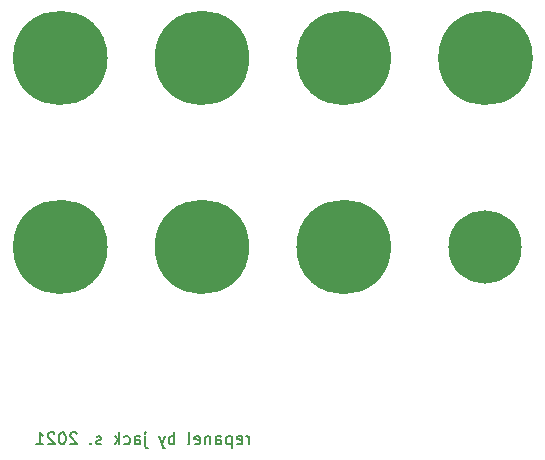
<source format=gbr>
G04 #@! TF.GenerationSoftware,KiCad,Pcbnew,(5.1.9-0-10_14)*
G04 #@! TF.CreationDate,2021-02-15T21:42:09-08:00*
G04 #@! TF.ProjectId,shatnoir,73686174-6e6f-4697-922e-6b696361645f,rev?*
G04 #@! TF.SameCoordinates,Original*
G04 #@! TF.FileFunction,Soldermask,Bot*
G04 #@! TF.FilePolarity,Negative*
%FSLAX46Y46*%
G04 Gerber Fmt 4.6, Leading zero omitted, Abs format (unit mm)*
G04 Created by KiCad (PCBNEW (5.1.9-0-10_14)) date 2021-02-15 21:42:09*
%MOMM*%
%LPD*%
G01*
G04 APERTURE LIST*
%ADD10C,1.000000*%
%ADD11C,0.150000*%
%ADD12C,6.202000*%
G04 APERTURE END LIST*
D10*
X34250000Y-88750000D02*
G75*
G03*
X34250000Y-88750000I-3500000J0D01*
G01*
X10250000Y-88750000D02*
G75*
G03*
X10250000Y-88750000I-3500000J0D01*
G01*
X46250000Y-88750000D02*
G75*
G03*
X46250000Y-88750000I-3500000J0D01*
G01*
D11*
X22726190Y-121452380D02*
X22726190Y-120785714D01*
X22726190Y-120976190D02*
X22678571Y-120880952D01*
X22630952Y-120833333D01*
X22535714Y-120785714D01*
X22440476Y-120785714D01*
X21726190Y-121404761D02*
X21821428Y-121452380D01*
X22011904Y-121452380D01*
X22107142Y-121404761D01*
X22154761Y-121309523D01*
X22154761Y-120928571D01*
X22107142Y-120833333D01*
X22011904Y-120785714D01*
X21821428Y-120785714D01*
X21726190Y-120833333D01*
X21678571Y-120928571D01*
X21678571Y-121023809D01*
X22154761Y-121119047D01*
X21250000Y-120785714D02*
X21250000Y-121785714D01*
X21250000Y-120833333D02*
X21154761Y-120785714D01*
X20964285Y-120785714D01*
X20869047Y-120833333D01*
X20821428Y-120880952D01*
X20773809Y-120976190D01*
X20773809Y-121261904D01*
X20821428Y-121357142D01*
X20869047Y-121404761D01*
X20964285Y-121452380D01*
X21154761Y-121452380D01*
X21250000Y-121404761D01*
X19916666Y-121452380D02*
X19916666Y-120928571D01*
X19964285Y-120833333D01*
X20059523Y-120785714D01*
X20250000Y-120785714D01*
X20345238Y-120833333D01*
X19916666Y-121404761D02*
X20011904Y-121452380D01*
X20250000Y-121452380D01*
X20345238Y-121404761D01*
X20392857Y-121309523D01*
X20392857Y-121214285D01*
X20345238Y-121119047D01*
X20250000Y-121071428D01*
X20011904Y-121071428D01*
X19916666Y-121023809D01*
X19440476Y-120785714D02*
X19440476Y-121452380D01*
X19440476Y-120880952D02*
X19392857Y-120833333D01*
X19297619Y-120785714D01*
X19154761Y-120785714D01*
X19059523Y-120833333D01*
X19011904Y-120928571D01*
X19011904Y-121452380D01*
X18154761Y-121404761D02*
X18250000Y-121452380D01*
X18440476Y-121452380D01*
X18535714Y-121404761D01*
X18583333Y-121309523D01*
X18583333Y-120928571D01*
X18535714Y-120833333D01*
X18440476Y-120785714D01*
X18250000Y-120785714D01*
X18154761Y-120833333D01*
X18107142Y-120928571D01*
X18107142Y-121023809D01*
X18583333Y-121119047D01*
X17535714Y-121452380D02*
X17630952Y-121404761D01*
X17678571Y-121309523D01*
X17678571Y-120452380D01*
X16392857Y-121452380D02*
X16392857Y-120452380D01*
X16392857Y-120833333D02*
X16297619Y-120785714D01*
X16107142Y-120785714D01*
X16011904Y-120833333D01*
X15964285Y-120880952D01*
X15916666Y-120976190D01*
X15916666Y-121261904D01*
X15964285Y-121357142D01*
X16011904Y-121404761D01*
X16107142Y-121452380D01*
X16297619Y-121452380D01*
X16392857Y-121404761D01*
X15583333Y-120785714D02*
X15345238Y-121452380D01*
X15107142Y-120785714D02*
X15345238Y-121452380D01*
X15440476Y-121690476D01*
X15488095Y-121738095D01*
X15583333Y-121785714D01*
X13964285Y-120785714D02*
X13964285Y-121642857D01*
X14011904Y-121738095D01*
X14107142Y-121785714D01*
X14154761Y-121785714D01*
X13964285Y-120452380D02*
X14011904Y-120500000D01*
X13964285Y-120547619D01*
X13916666Y-120500000D01*
X13964285Y-120452380D01*
X13964285Y-120547619D01*
X13059523Y-121452380D02*
X13059523Y-120928571D01*
X13107142Y-120833333D01*
X13202380Y-120785714D01*
X13392857Y-120785714D01*
X13488095Y-120833333D01*
X13059523Y-121404761D02*
X13154761Y-121452380D01*
X13392857Y-121452380D01*
X13488095Y-121404761D01*
X13535714Y-121309523D01*
X13535714Y-121214285D01*
X13488095Y-121119047D01*
X13392857Y-121071428D01*
X13154761Y-121071428D01*
X13059523Y-121023809D01*
X12154761Y-121404761D02*
X12250000Y-121452380D01*
X12440476Y-121452380D01*
X12535714Y-121404761D01*
X12583333Y-121357142D01*
X12630952Y-121261904D01*
X12630952Y-120976190D01*
X12583333Y-120880952D01*
X12535714Y-120833333D01*
X12440476Y-120785714D01*
X12250000Y-120785714D01*
X12154761Y-120833333D01*
X11726190Y-121452380D02*
X11726190Y-120452380D01*
X11630952Y-121071428D02*
X11345238Y-121452380D01*
X11345238Y-120785714D02*
X11726190Y-121166666D01*
X10202380Y-121404761D02*
X10107142Y-121452380D01*
X9916666Y-121452380D01*
X9821428Y-121404761D01*
X9773809Y-121309523D01*
X9773809Y-121261904D01*
X9821428Y-121166666D01*
X9916666Y-121119047D01*
X10059523Y-121119047D01*
X10154761Y-121071428D01*
X10202380Y-120976190D01*
X10202380Y-120928571D01*
X10154761Y-120833333D01*
X10059523Y-120785714D01*
X9916666Y-120785714D01*
X9821428Y-120833333D01*
X9345238Y-121357142D02*
X9297619Y-121404761D01*
X9345238Y-121452380D01*
X9392857Y-121404761D01*
X9345238Y-121357142D01*
X9345238Y-121452380D01*
X8154761Y-120547619D02*
X8107142Y-120500000D01*
X8011904Y-120452380D01*
X7773809Y-120452380D01*
X7678571Y-120500000D01*
X7630952Y-120547619D01*
X7583333Y-120642857D01*
X7583333Y-120738095D01*
X7630952Y-120880952D01*
X8202380Y-121452380D01*
X7583333Y-121452380D01*
X6964285Y-120452380D02*
X6869047Y-120452380D01*
X6773809Y-120500000D01*
X6726190Y-120547619D01*
X6678571Y-120642857D01*
X6630952Y-120833333D01*
X6630952Y-121071428D01*
X6678571Y-121261904D01*
X6726190Y-121357142D01*
X6773809Y-121404761D01*
X6869047Y-121452380D01*
X6964285Y-121452380D01*
X7059523Y-121404761D01*
X7107142Y-121357142D01*
X7154761Y-121261904D01*
X7202380Y-121071428D01*
X7202380Y-120833333D01*
X7154761Y-120642857D01*
X7107142Y-120547619D01*
X7059523Y-120500000D01*
X6964285Y-120452380D01*
X6250000Y-120547619D02*
X6202380Y-120500000D01*
X6107142Y-120452380D01*
X5869047Y-120452380D01*
X5773809Y-120500000D01*
X5726190Y-120547619D01*
X5678571Y-120642857D01*
X5678571Y-120738095D01*
X5726190Y-120880952D01*
X6297619Y-121452380D01*
X5678571Y-121452380D01*
X4726190Y-121452380D02*
X5297619Y-121452380D01*
X5011904Y-121452380D02*
X5011904Y-120452380D01*
X5107142Y-120595238D01*
X5202380Y-120690476D01*
X5297619Y-120738095D01*
D10*
X22250000Y-88750000D02*
G75*
G03*
X22250000Y-88750000I-3500000J0D01*
G01*
X10250000Y-104750000D02*
G75*
G03*
X10250000Y-104750000I-3500000J0D01*
G01*
X22250000Y-104750000D02*
G75*
G03*
X22250000Y-104750000I-3500000J0D01*
G01*
X34250000Y-104750000D02*
G75*
G03*
X34250000Y-104750000I-3500000J0D01*
G01*
X34250000Y-88750000D02*
G75*
G03*
X34250000Y-88750000I-3500000J0D01*
G01*
X10250000Y-88750000D02*
G75*
G03*
X10250000Y-88750000I-3500000J0D01*
G01*
X46250000Y-88750000D02*
G75*
G03*
X46250000Y-88750000I-3500000J0D01*
G01*
D11*
X22726190Y-121452380D02*
X22726190Y-120785714D01*
X22726190Y-120976190D02*
X22678571Y-120880952D01*
X22630952Y-120833333D01*
X22535714Y-120785714D01*
X22440476Y-120785714D01*
X21726190Y-121404761D02*
X21821428Y-121452380D01*
X22011904Y-121452380D01*
X22107142Y-121404761D01*
X22154761Y-121309523D01*
X22154761Y-120928571D01*
X22107142Y-120833333D01*
X22011904Y-120785714D01*
X21821428Y-120785714D01*
X21726190Y-120833333D01*
X21678571Y-120928571D01*
X21678571Y-121023809D01*
X22154761Y-121119047D01*
X21250000Y-120785714D02*
X21250000Y-121785714D01*
X21250000Y-120833333D02*
X21154761Y-120785714D01*
X20964285Y-120785714D01*
X20869047Y-120833333D01*
X20821428Y-120880952D01*
X20773809Y-120976190D01*
X20773809Y-121261904D01*
X20821428Y-121357142D01*
X20869047Y-121404761D01*
X20964285Y-121452380D01*
X21154761Y-121452380D01*
X21250000Y-121404761D01*
X19916666Y-121452380D02*
X19916666Y-120928571D01*
X19964285Y-120833333D01*
X20059523Y-120785714D01*
X20250000Y-120785714D01*
X20345238Y-120833333D01*
X19916666Y-121404761D02*
X20011904Y-121452380D01*
X20250000Y-121452380D01*
X20345238Y-121404761D01*
X20392857Y-121309523D01*
X20392857Y-121214285D01*
X20345238Y-121119047D01*
X20250000Y-121071428D01*
X20011904Y-121071428D01*
X19916666Y-121023809D01*
X19440476Y-120785714D02*
X19440476Y-121452380D01*
X19440476Y-120880952D02*
X19392857Y-120833333D01*
X19297619Y-120785714D01*
X19154761Y-120785714D01*
X19059523Y-120833333D01*
X19011904Y-120928571D01*
X19011904Y-121452380D01*
X18154761Y-121404761D02*
X18250000Y-121452380D01*
X18440476Y-121452380D01*
X18535714Y-121404761D01*
X18583333Y-121309523D01*
X18583333Y-120928571D01*
X18535714Y-120833333D01*
X18440476Y-120785714D01*
X18250000Y-120785714D01*
X18154761Y-120833333D01*
X18107142Y-120928571D01*
X18107142Y-121023809D01*
X18583333Y-121119047D01*
X17535714Y-121452380D02*
X17630952Y-121404761D01*
X17678571Y-121309523D01*
X17678571Y-120452380D01*
X16392857Y-121452380D02*
X16392857Y-120452380D01*
X16392857Y-120833333D02*
X16297619Y-120785714D01*
X16107142Y-120785714D01*
X16011904Y-120833333D01*
X15964285Y-120880952D01*
X15916666Y-120976190D01*
X15916666Y-121261904D01*
X15964285Y-121357142D01*
X16011904Y-121404761D01*
X16107142Y-121452380D01*
X16297619Y-121452380D01*
X16392857Y-121404761D01*
X15583333Y-120785714D02*
X15345238Y-121452380D01*
X15107142Y-120785714D02*
X15345238Y-121452380D01*
X15440476Y-121690476D01*
X15488095Y-121738095D01*
X15583333Y-121785714D01*
X13964285Y-120785714D02*
X13964285Y-121642857D01*
X14011904Y-121738095D01*
X14107142Y-121785714D01*
X14154761Y-121785714D01*
X13964285Y-120452380D02*
X14011904Y-120500000D01*
X13964285Y-120547619D01*
X13916666Y-120500000D01*
X13964285Y-120452380D01*
X13964285Y-120547619D01*
X13059523Y-121452380D02*
X13059523Y-120928571D01*
X13107142Y-120833333D01*
X13202380Y-120785714D01*
X13392857Y-120785714D01*
X13488095Y-120833333D01*
X13059523Y-121404761D02*
X13154761Y-121452380D01*
X13392857Y-121452380D01*
X13488095Y-121404761D01*
X13535714Y-121309523D01*
X13535714Y-121214285D01*
X13488095Y-121119047D01*
X13392857Y-121071428D01*
X13154761Y-121071428D01*
X13059523Y-121023809D01*
X12154761Y-121404761D02*
X12250000Y-121452380D01*
X12440476Y-121452380D01*
X12535714Y-121404761D01*
X12583333Y-121357142D01*
X12630952Y-121261904D01*
X12630952Y-120976190D01*
X12583333Y-120880952D01*
X12535714Y-120833333D01*
X12440476Y-120785714D01*
X12250000Y-120785714D01*
X12154761Y-120833333D01*
X11726190Y-121452380D02*
X11726190Y-120452380D01*
X11630952Y-121071428D02*
X11345238Y-121452380D01*
X11345238Y-120785714D02*
X11726190Y-121166666D01*
X10202380Y-121404761D02*
X10107142Y-121452380D01*
X9916666Y-121452380D01*
X9821428Y-121404761D01*
X9773809Y-121309523D01*
X9773809Y-121261904D01*
X9821428Y-121166666D01*
X9916666Y-121119047D01*
X10059523Y-121119047D01*
X10154761Y-121071428D01*
X10202380Y-120976190D01*
X10202380Y-120928571D01*
X10154761Y-120833333D01*
X10059523Y-120785714D01*
X9916666Y-120785714D01*
X9821428Y-120833333D01*
X9345238Y-121357142D02*
X9297619Y-121404761D01*
X9345238Y-121452380D01*
X9392857Y-121404761D01*
X9345238Y-121357142D01*
X9345238Y-121452380D01*
X8154761Y-120547619D02*
X8107142Y-120500000D01*
X8011904Y-120452380D01*
X7773809Y-120452380D01*
X7678571Y-120500000D01*
X7630952Y-120547619D01*
X7583333Y-120642857D01*
X7583333Y-120738095D01*
X7630952Y-120880952D01*
X8202380Y-121452380D01*
X7583333Y-121452380D01*
X6964285Y-120452380D02*
X6869047Y-120452380D01*
X6773809Y-120500000D01*
X6726190Y-120547619D01*
X6678571Y-120642857D01*
X6630952Y-120833333D01*
X6630952Y-121071428D01*
X6678571Y-121261904D01*
X6726190Y-121357142D01*
X6773809Y-121404761D01*
X6869047Y-121452380D01*
X6964285Y-121452380D01*
X7059523Y-121404761D01*
X7107142Y-121357142D01*
X7154761Y-121261904D01*
X7202380Y-121071428D01*
X7202380Y-120833333D01*
X7154761Y-120642857D01*
X7107142Y-120547619D01*
X7059523Y-120500000D01*
X6964285Y-120452380D01*
X6250000Y-120547619D02*
X6202380Y-120500000D01*
X6107142Y-120452380D01*
X5869047Y-120452380D01*
X5773809Y-120500000D01*
X5726190Y-120547619D01*
X5678571Y-120642857D01*
X5678571Y-120738095D01*
X5726190Y-120880952D01*
X6297619Y-121452380D01*
X5678571Y-121452380D01*
X4726190Y-121452380D02*
X5297619Y-121452380D01*
X5011904Y-121452380D02*
X5011904Y-120452380D01*
X5107142Y-120595238D01*
X5202380Y-120690476D01*
X5297619Y-120738095D01*
D10*
X22250000Y-88750000D02*
G75*
G03*
X22250000Y-88750000I-3500000J0D01*
G01*
X10250000Y-104750000D02*
G75*
G03*
X10250000Y-104750000I-3500000J0D01*
G01*
X22250000Y-104750000D02*
G75*
G03*
X22250000Y-104750000I-3500000J0D01*
G01*
X34250000Y-104750000D02*
G75*
G03*
X34250000Y-104750000I-3500000J0D01*
G01*
D12*
X42750000Y-104750000D03*
X6750000Y-88750000D03*
X42750000Y-88750000D03*
X30750000Y-88750000D03*
X18750000Y-88750000D03*
X6750000Y-104750000D03*
X30750000Y-104750000D03*
X18750000Y-104750000D03*
M02*

</source>
